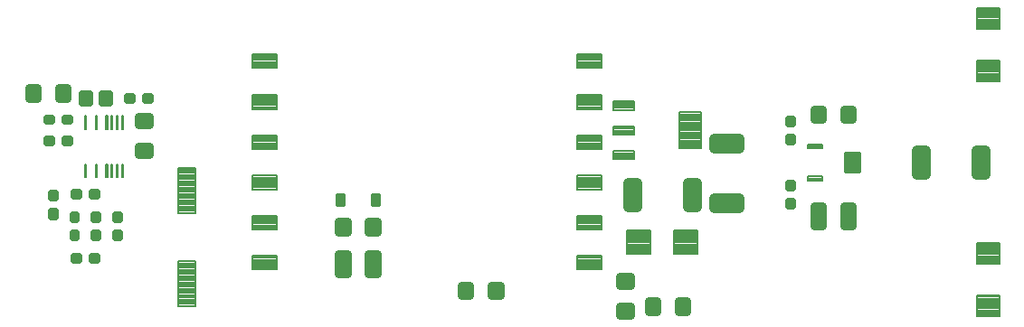
<source format=gbr>
G04 EAGLE Gerber RS-274X export*
G75*
%MOMM*%
%FSLAX34Y34*%
%LPD*%
%INSolderpaste Bottom*%
%IPPOS*%
%AMOC8*
5,1,8,0,0,1.08239X$1,22.5*%
G01*
%ADD10C,0.800000*%
%ADD11C,0.500000*%
%ADD12C,0.650000*%
%ADD13C,0.192000*%
%ADD14C,0.227500*%
%ADD15C,0.201000*%
%ADD16C,0.200000*%
%ADD17C,0.198000*%
%ADD18C,0.195000*%
%ADD19C,0.194400*%
%ADD20C,0.392500*%
%ADD21C,0.209000*%
%ADD22C,0.900000*%


D10*
X-115000Y70000D02*
X-107000Y70000D01*
X-107000Y60000D01*
X-115000Y60000D01*
X-115000Y70000D01*
X-115000Y67600D02*
X-107000Y67600D01*
X-135000Y70000D02*
X-143000Y70000D01*
X-135000Y70000D02*
X-135000Y60000D01*
X-143000Y60000D01*
X-143000Y70000D01*
X-143000Y67600D02*
X-135000Y67600D01*
D11*
X-109500Y42500D02*
X-103500Y42500D01*
X-103500Y37500D01*
X-109500Y37500D01*
X-109500Y42500D01*
X-109500Y42250D02*
X-103500Y42250D01*
X-120500Y42500D02*
X-126500Y42500D01*
X-120500Y42500D02*
X-120500Y37500D01*
X-126500Y37500D01*
X-126500Y42500D01*
X-126500Y42250D02*
X-120500Y42250D01*
D12*
X-73750Y64250D02*
X-67250Y64250D01*
X-67250Y55750D01*
X-73750Y55750D01*
X-73750Y64250D01*
X-73750Y61925D02*
X-67250Y61925D01*
X-86250Y64250D02*
X-92750Y64250D01*
X-86250Y64250D02*
X-86250Y55750D01*
X-92750Y55750D01*
X-92750Y64250D01*
X-92750Y61925D02*
X-86250Y61925D01*
D11*
X-82500Y-48500D02*
X-82500Y-54500D01*
X-82500Y-48500D02*
X-77500Y-48500D01*
X-77500Y-54500D01*
X-82500Y-54500D01*
X-82500Y-49750D02*
X-77500Y-49750D01*
X-82500Y-65500D02*
X-82500Y-71500D01*
X-82500Y-65500D02*
X-77500Y-65500D01*
X-77500Y-71500D01*
X-82500Y-71500D01*
X-82500Y-66750D02*
X-77500Y-66750D01*
X-95500Y-92500D02*
X-101500Y-92500D01*
X-101500Y-87500D01*
X-95500Y-87500D01*
X-95500Y-92500D01*
X-95500Y-87750D02*
X-101500Y-87750D01*
X-84500Y-92500D02*
X-78500Y-92500D01*
X-84500Y-92500D02*
X-84500Y-87500D01*
X-78500Y-87500D01*
X-78500Y-92500D01*
X-78500Y-87750D02*
X-84500Y-87750D01*
X-62500Y-54500D02*
X-62500Y-48500D01*
X-57500Y-48500D01*
X-57500Y-54500D01*
X-62500Y-54500D01*
X-62500Y-49750D02*
X-57500Y-49750D01*
X-62500Y-65500D02*
X-62500Y-71500D01*
X-62500Y-65500D02*
X-57500Y-65500D01*
X-57500Y-71500D01*
X-62500Y-71500D01*
X-62500Y-66750D02*
X-57500Y-66750D01*
D13*
X416960Y-63960D02*
X439040Y-63960D01*
X439040Y-86040D01*
X416960Y-86040D01*
X416960Y-63960D01*
X416960Y-84216D02*
X439040Y-84216D01*
X439040Y-82392D02*
X416960Y-82392D01*
X416960Y-80568D02*
X439040Y-80568D01*
X439040Y-78744D02*
X416960Y-78744D01*
X416960Y-76920D02*
X439040Y-76920D01*
X439040Y-75096D02*
X416960Y-75096D01*
X416960Y-73272D02*
X439040Y-73272D01*
X439040Y-71448D02*
X416960Y-71448D01*
X416960Y-69624D02*
X439040Y-69624D01*
X439040Y-67800D02*
X416960Y-67800D01*
X416960Y-65976D02*
X439040Y-65976D01*
X439040Y-64152D02*
X416960Y-64152D01*
X460960Y-63960D02*
X483040Y-63960D01*
X483040Y-86040D01*
X460960Y-86040D01*
X460960Y-63960D01*
X460960Y-84216D02*
X483040Y-84216D01*
X483040Y-82392D02*
X460960Y-82392D01*
X460960Y-80568D02*
X483040Y-80568D01*
X483040Y-78744D02*
X460960Y-78744D01*
X460960Y-76920D02*
X483040Y-76920D01*
X483040Y-75096D02*
X460960Y-75096D01*
X460960Y-73272D02*
X483040Y-73272D01*
X483040Y-71448D02*
X460960Y-71448D01*
X460960Y-69624D02*
X483040Y-69624D01*
X483040Y-67800D02*
X460960Y-67800D01*
X460960Y-65976D02*
X483040Y-65976D01*
X483040Y-64152D02*
X460960Y-64152D01*
D14*
X152063Y-30037D02*
X145237Y-30037D01*
X152063Y-30037D02*
X152063Y-39963D01*
X145237Y-39963D01*
X145237Y-30037D01*
X145237Y-37802D02*
X152063Y-37802D01*
X152063Y-35641D02*
X145237Y-35641D01*
X145237Y-33480D02*
X152063Y-33480D01*
X152063Y-31319D02*
X145237Y-31319D01*
X177937Y-30037D02*
X184763Y-30037D01*
X184763Y-39963D01*
X177937Y-39963D01*
X177937Y-30037D01*
X177937Y-37802D02*
X184763Y-37802D01*
X184763Y-35641D02*
X177937Y-35641D01*
X177937Y-33480D02*
X184763Y-33480D01*
X184763Y-31319D02*
X177937Y-31319D01*
D15*
X-89505Y31505D02*
X-90495Y31505D01*
X-90495Y43495D01*
X-89505Y43495D01*
X-89505Y31505D01*
X-89505Y33414D02*
X-90495Y33414D01*
X-90495Y35323D02*
X-89505Y35323D01*
X-89505Y37232D02*
X-90495Y37232D01*
X-90495Y39141D02*
X-89505Y39141D01*
X-89505Y41050D02*
X-90495Y41050D01*
X-90495Y42959D02*
X-89505Y42959D01*
X-80495Y31505D02*
X-79505Y31505D01*
X-80495Y31505D02*
X-80495Y43495D01*
X-79505Y43495D01*
X-79505Y31505D01*
X-79505Y33414D02*
X-80495Y33414D01*
X-80495Y35323D02*
X-79505Y35323D01*
X-79505Y37232D02*
X-80495Y37232D01*
X-80495Y39141D02*
X-79505Y39141D01*
X-79505Y41050D02*
X-80495Y41050D01*
X-80495Y42959D02*
X-79505Y42959D01*
X-70495Y31505D02*
X-69505Y31505D01*
X-70495Y31505D02*
X-70495Y43495D01*
X-69505Y43495D01*
X-69505Y31505D01*
X-69505Y33414D02*
X-70495Y33414D01*
X-70495Y35323D02*
X-69505Y35323D01*
X-69505Y37232D02*
X-70495Y37232D01*
X-70495Y39141D02*
X-69505Y39141D01*
X-69505Y41050D02*
X-70495Y41050D01*
X-70495Y42959D02*
X-69505Y42959D01*
X-65495Y31505D02*
X-64505Y31505D01*
X-65495Y31505D02*
X-65495Y43495D01*
X-64505Y43495D01*
X-64505Y31505D01*
X-64505Y33414D02*
X-65495Y33414D01*
X-65495Y35323D02*
X-64505Y35323D01*
X-64505Y37232D02*
X-65495Y37232D01*
X-65495Y39141D02*
X-64505Y39141D01*
X-64505Y41050D02*
X-65495Y41050D01*
X-65495Y42959D02*
X-64505Y42959D01*
X-60495Y31505D02*
X-59505Y31505D01*
X-60495Y31505D02*
X-60495Y43495D01*
X-59505Y43495D01*
X-59505Y31505D01*
X-59505Y33414D02*
X-60495Y33414D01*
X-60495Y35323D02*
X-59505Y35323D01*
X-59505Y37232D02*
X-60495Y37232D01*
X-60495Y39141D02*
X-59505Y39141D01*
X-59505Y41050D02*
X-60495Y41050D01*
X-60495Y42959D02*
X-59505Y42959D01*
X-55495Y31505D02*
X-54505Y31505D01*
X-55495Y31505D02*
X-55495Y43495D01*
X-54505Y43495D01*
X-54505Y31505D01*
X-54505Y33414D02*
X-55495Y33414D01*
X-55495Y35323D02*
X-54505Y35323D01*
X-54505Y37232D02*
X-55495Y37232D01*
X-55495Y39141D02*
X-54505Y39141D01*
X-54505Y41050D02*
X-55495Y41050D01*
X-55495Y42959D02*
X-54505Y42959D01*
X-54505Y-13495D02*
X-55495Y-13495D01*
X-55495Y-1505D01*
X-54505Y-1505D01*
X-54505Y-13495D01*
X-54505Y-11586D02*
X-55495Y-11586D01*
X-55495Y-9677D02*
X-54505Y-9677D01*
X-54505Y-7768D02*
X-55495Y-7768D01*
X-55495Y-5859D02*
X-54505Y-5859D01*
X-54505Y-3950D02*
X-55495Y-3950D01*
X-55495Y-2041D02*
X-54505Y-2041D01*
X-59505Y-13495D02*
X-60495Y-13495D01*
X-60495Y-1505D01*
X-59505Y-1505D01*
X-59505Y-13495D01*
X-59505Y-11586D02*
X-60495Y-11586D01*
X-60495Y-9677D02*
X-59505Y-9677D01*
X-59505Y-7768D02*
X-60495Y-7768D01*
X-60495Y-5859D02*
X-59505Y-5859D01*
X-59505Y-3950D02*
X-60495Y-3950D01*
X-60495Y-2041D02*
X-59505Y-2041D01*
X-64505Y-13495D02*
X-65495Y-13495D01*
X-65495Y-1505D01*
X-64505Y-1505D01*
X-64505Y-13495D01*
X-64505Y-11586D02*
X-65495Y-11586D01*
X-65495Y-9677D02*
X-64505Y-9677D01*
X-64505Y-7768D02*
X-65495Y-7768D01*
X-65495Y-5859D02*
X-64505Y-5859D01*
X-64505Y-3950D02*
X-65495Y-3950D01*
X-65495Y-2041D02*
X-64505Y-2041D01*
X-69505Y-13495D02*
X-70495Y-13495D01*
X-70495Y-1505D01*
X-69505Y-1505D01*
X-69505Y-13495D01*
X-69505Y-11586D02*
X-70495Y-11586D01*
X-70495Y-9677D02*
X-69505Y-9677D01*
X-69505Y-7768D02*
X-70495Y-7768D01*
X-70495Y-5859D02*
X-69505Y-5859D01*
X-69505Y-3950D02*
X-70495Y-3950D01*
X-70495Y-2041D02*
X-69505Y-2041D01*
X-79505Y-13495D02*
X-80495Y-13495D01*
X-80495Y-1505D01*
X-79505Y-1505D01*
X-79505Y-13495D01*
X-79505Y-11586D02*
X-80495Y-11586D01*
X-80495Y-9677D02*
X-79505Y-9677D01*
X-79505Y-7768D02*
X-80495Y-7768D01*
X-80495Y-5859D02*
X-79505Y-5859D01*
X-79505Y-3950D02*
X-80495Y-3950D01*
X-80495Y-2041D02*
X-79505Y-2041D01*
X-89505Y-13495D02*
X-90495Y-13495D01*
X-90495Y-1505D01*
X-89505Y-1505D01*
X-89505Y-13495D01*
X-89505Y-11586D02*
X-90495Y-11586D01*
X-90495Y-9677D02*
X-89505Y-9677D01*
X-89505Y-7768D02*
X-90495Y-7768D01*
X-90495Y-5859D02*
X-89505Y-5859D01*
X-89505Y-3950D02*
X-90495Y-3950D01*
X-90495Y-2041D02*
X-89505Y-2041D01*
D16*
X424012Y2886D02*
X424012Y10886D01*
X424012Y2886D02*
X404012Y2886D01*
X404012Y10886D01*
X424012Y10886D01*
X424012Y4786D02*
X404012Y4786D01*
X404012Y6686D02*
X424012Y6686D01*
X424012Y8586D02*
X404012Y8586D01*
X404012Y10486D02*
X424012Y10486D01*
X424012Y26000D02*
X424012Y34000D01*
X424012Y26000D02*
X404012Y26000D01*
X404012Y34000D01*
X424012Y34000D01*
X424012Y27900D02*
X404012Y27900D01*
X404012Y29800D02*
X424012Y29800D01*
X424012Y31700D02*
X404012Y31700D01*
X404012Y33600D02*
X424012Y33600D01*
X424012Y49114D02*
X424012Y57114D01*
X424012Y49114D02*
X404012Y49114D01*
X404012Y57114D01*
X424012Y57114D01*
X424012Y51014D02*
X404012Y51014D01*
X404012Y52914D02*
X424012Y52914D01*
X424012Y54814D02*
X404012Y54814D01*
X404012Y56714D02*
X424012Y56714D01*
D17*
X486000Y47010D02*
X486000Y12990D01*
X465980Y12990D01*
X465980Y47010D01*
X486000Y47010D01*
X486000Y14871D02*
X465980Y14871D01*
X465980Y16752D02*
X486000Y16752D01*
X486000Y18633D02*
X465980Y18633D01*
X465980Y20514D02*
X486000Y20514D01*
X486000Y22395D02*
X465980Y22395D01*
X465980Y24276D02*
X486000Y24276D01*
X486000Y26157D02*
X465980Y26157D01*
X465980Y28038D02*
X486000Y28038D01*
X486000Y29919D02*
X465980Y29919D01*
X465980Y31800D02*
X486000Y31800D01*
X486000Y33681D02*
X465980Y33681D01*
X465980Y35562D02*
X486000Y35562D01*
X486000Y37443D02*
X465980Y37443D01*
X465980Y39324D02*
X486000Y39324D01*
X486000Y41205D02*
X465980Y41205D01*
X465980Y43086D02*
X486000Y43086D01*
X486000Y44967D02*
X465980Y44967D01*
X465980Y46848D02*
X486000Y46848D01*
D10*
X183000Y-55000D02*
X175000Y-55000D01*
X183000Y-55000D02*
X183000Y-65000D01*
X175000Y-65000D01*
X175000Y-55000D01*
X175000Y-57400D02*
X183000Y-57400D01*
X155000Y-55000D02*
X147000Y-55000D01*
X155000Y-55000D02*
X155000Y-65000D01*
X147000Y-65000D01*
X147000Y-55000D01*
X147000Y-57400D02*
X155000Y-57400D01*
D11*
X-28500Y62500D02*
X-34500Y62500D01*
X-28500Y62500D02*
X-28500Y57500D01*
X-34500Y57500D01*
X-34500Y62500D01*
X-34500Y62250D02*
X-28500Y62250D01*
X-45500Y62500D02*
X-51500Y62500D01*
X-45500Y62500D02*
X-45500Y57500D01*
X-51500Y57500D01*
X-51500Y62500D01*
X-51500Y62250D02*
X-45500Y62250D01*
X-97500Y-65500D02*
X-97500Y-71500D01*
X-102500Y-71500D01*
X-102500Y-65500D01*
X-97500Y-65500D01*
X-97500Y-66750D02*
X-102500Y-66750D01*
X-97500Y-54500D02*
X-97500Y-48500D01*
X-97500Y-54500D02*
X-102500Y-54500D01*
X-102500Y-48500D01*
X-97500Y-48500D01*
X-97500Y-49750D02*
X-102500Y-49750D01*
X-101500Y-32500D02*
X-95500Y-32500D01*
X-101500Y-32500D02*
X-101500Y-27500D01*
X-95500Y-27500D01*
X-95500Y-32500D01*
X-95500Y-27750D02*
X-101500Y-27750D01*
X-84500Y-32500D02*
X-78500Y-32500D01*
X-84500Y-32500D02*
X-84500Y-27500D01*
X-78500Y-27500D01*
X-78500Y-32500D01*
X-78500Y-27750D02*
X-84500Y-27750D01*
X-117500Y-45500D02*
X-117500Y-51500D01*
X-122500Y-51500D01*
X-122500Y-45500D01*
X-117500Y-45500D01*
X-117500Y-46750D02*
X-122500Y-46750D01*
X-117500Y-34500D02*
X-117500Y-28500D01*
X-117500Y-34500D02*
X-122500Y-34500D01*
X-122500Y-28500D01*
X-117500Y-28500D01*
X-117500Y-29750D02*
X-122500Y-29750D01*
D10*
X-30000Y7000D02*
X-30000Y15000D01*
X-30000Y7000D02*
X-40000Y7000D01*
X-40000Y15000D01*
X-30000Y15000D01*
X-30000Y14600D02*
X-40000Y14600D01*
X-30000Y35000D02*
X-30000Y43000D01*
X-30000Y35000D02*
X-40000Y35000D01*
X-40000Y43000D01*
X-30000Y43000D01*
X-30000Y42600D02*
X-40000Y42600D01*
D18*
X66475Y-87475D02*
X89525Y-87475D01*
X89525Y-100525D01*
X66475Y-100525D01*
X66475Y-87475D01*
X66475Y-98673D02*
X89525Y-98673D01*
X89525Y-96821D02*
X66475Y-96821D01*
X66475Y-94969D02*
X89525Y-94969D01*
X89525Y-93117D02*
X66475Y-93117D01*
X66475Y-91265D02*
X89525Y-91265D01*
X89525Y-89413D02*
X66475Y-89413D01*
X66475Y-87561D02*
X89525Y-87561D01*
X89525Y-49875D02*
X66475Y-49875D01*
X89525Y-49875D02*
X89525Y-62925D01*
X66475Y-62925D01*
X66475Y-49875D01*
X66475Y-61073D02*
X89525Y-61073D01*
X89525Y-59221D02*
X66475Y-59221D01*
X66475Y-57369D02*
X89525Y-57369D01*
X89525Y-55517D02*
X66475Y-55517D01*
X66475Y-53665D02*
X89525Y-53665D01*
X89525Y-51813D02*
X66475Y-51813D01*
X66475Y-49961D02*
X89525Y-49961D01*
X89525Y-12275D02*
X66475Y-12275D01*
X89525Y-12275D02*
X89525Y-25325D01*
X66475Y-25325D01*
X66475Y-12275D01*
X66475Y-23473D02*
X89525Y-23473D01*
X89525Y-21621D02*
X66475Y-21621D01*
X66475Y-19769D02*
X89525Y-19769D01*
X89525Y-17917D02*
X66475Y-17917D01*
X66475Y-16065D02*
X89525Y-16065D01*
X89525Y-14213D02*
X66475Y-14213D01*
X66475Y-12361D02*
X89525Y-12361D01*
X89525Y25325D02*
X66475Y25325D01*
X89525Y25325D02*
X89525Y12275D01*
X66475Y12275D01*
X66475Y25325D01*
X66475Y14127D02*
X89525Y14127D01*
X89525Y15979D02*
X66475Y15979D01*
X66475Y17831D02*
X89525Y17831D01*
X89525Y19683D02*
X66475Y19683D01*
X66475Y21535D02*
X89525Y21535D01*
X89525Y23387D02*
X66475Y23387D01*
X66475Y25239D02*
X89525Y25239D01*
X89525Y62925D02*
X66475Y62925D01*
X89525Y62925D02*
X89525Y49875D01*
X66475Y49875D01*
X66475Y62925D01*
X66475Y51727D02*
X89525Y51727D01*
X89525Y53579D02*
X66475Y53579D01*
X66475Y55431D02*
X89525Y55431D01*
X89525Y57283D02*
X66475Y57283D01*
X66475Y59135D02*
X89525Y59135D01*
X89525Y60987D02*
X66475Y60987D01*
X66475Y62839D02*
X89525Y62839D01*
X89525Y101525D02*
X66475Y101525D01*
X89525Y101525D02*
X89525Y88475D01*
X66475Y88475D01*
X66475Y101525D01*
X66475Y90327D02*
X89525Y90327D01*
X89525Y92179D02*
X66475Y92179D01*
X66475Y94031D02*
X89525Y94031D01*
X89525Y95883D02*
X66475Y95883D01*
X66475Y97735D02*
X89525Y97735D01*
X89525Y99587D02*
X66475Y99587D01*
X66475Y101439D02*
X89525Y101439D01*
X370475Y101525D02*
X393525Y101525D01*
X393525Y88475D01*
X370475Y88475D01*
X370475Y101525D01*
X370475Y90327D02*
X393525Y90327D01*
X393525Y92179D02*
X370475Y92179D01*
X370475Y94031D02*
X393525Y94031D01*
X393525Y95883D02*
X370475Y95883D01*
X370475Y97735D02*
X393525Y97735D01*
X393525Y99587D02*
X370475Y99587D01*
X370475Y101439D02*
X393525Y101439D01*
X393525Y62925D02*
X370475Y62925D01*
X393525Y62925D02*
X393525Y49875D01*
X370475Y49875D01*
X370475Y62925D01*
X370475Y51727D02*
X393525Y51727D01*
X393525Y53579D02*
X370475Y53579D01*
X370475Y55431D02*
X393525Y55431D01*
X393525Y57283D02*
X370475Y57283D01*
X370475Y59135D02*
X393525Y59135D01*
X393525Y60987D02*
X370475Y60987D01*
X370475Y62839D02*
X393525Y62839D01*
X393525Y25325D02*
X370475Y25325D01*
X393525Y25325D02*
X393525Y12275D01*
X370475Y12275D01*
X370475Y25325D01*
X370475Y14127D02*
X393525Y14127D01*
X393525Y15979D02*
X370475Y15979D01*
X370475Y17831D02*
X393525Y17831D01*
X393525Y19683D02*
X370475Y19683D01*
X370475Y21535D02*
X393525Y21535D01*
X393525Y23387D02*
X370475Y23387D01*
X370475Y25239D02*
X393525Y25239D01*
X393525Y-12275D02*
X370475Y-12275D01*
X393525Y-12275D02*
X393525Y-25325D01*
X370475Y-25325D01*
X370475Y-12275D01*
X370475Y-23473D02*
X393525Y-23473D01*
X393525Y-21621D02*
X370475Y-21621D01*
X370475Y-19769D02*
X393525Y-19769D01*
X393525Y-17917D02*
X370475Y-17917D01*
X370475Y-16065D02*
X393525Y-16065D01*
X393525Y-14213D02*
X370475Y-14213D01*
X370475Y-12361D02*
X393525Y-12361D01*
X393525Y-49875D02*
X370475Y-49875D01*
X393525Y-49875D02*
X393525Y-62925D01*
X370475Y-62925D01*
X370475Y-49875D01*
X370475Y-61073D02*
X393525Y-61073D01*
X393525Y-59221D02*
X370475Y-59221D01*
X370475Y-57369D02*
X393525Y-57369D01*
X393525Y-55517D02*
X370475Y-55517D01*
X370475Y-53665D02*
X393525Y-53665D01*
X393525Y-51813D02*
X370475Y-51813D01*
X370475Y-49961D02*
X393525Y-49961D01*
X393525Y-87475D02*
X370475Y-87475D01*
X393525Y-87475D02*
X393525Y-100525D01*
X370475Y-100525D01*
X370475Y-87475D01*
X370475Y-98673D02*
X393525Y-98673D01*
X393525Y-96821D02*
X370475Y-96821D01*
X370475Y-94969D02*
X393525Y-94969D01*
X393525Y-93117D02*
X370475Y-93117D01*
X370475Y-91265D02*
X393525Y-91265D01*
X393525Y-89413D02*
X370475Y-89413D01*
X370475Y-87561D02*
X393525Y-87561D01*
D19*
X765328Y124672D02*
X765328Y144328D01*
X765328Y124672D02*
X744672Y124672D01*
X744672Y144328D01*
X765328Y144328D01*
X765328Y126519D02*
X744672Y126519D01*
X744672Y128366D02*
X765328Y128366D01*
X765328Y130213D02*
X744672Y130213D01*
X744672Y132060D02*
X765328Y132060D01*
X765328Y133907D02*
X744672Y133907D01*
X744672Y135754D02*
X765328Y135754D01*
X765328Y137601D02*
X744672Y137601D01*
X744672Y139448D02*
X765328Y139448D01*
X765328Y141295D02*
X744672Y141295D01*
X744672Y143142D02*
X765328Y143142D01*
X765328Y95328D02*
X765328Y75672D01*
X744672Y75672D01*
X744672Y95328D01*
X765328Y95328D01*
X765328Y77519D02*
X744672Y77519D01*
X744672Y79366D02*
X765328Y79366D01*
X765328Y81213D02*
X744672Y81213D01*
X744672Y83060D02*
X765328Y83060D01*
X765328Y84907D02*
X744672Y84907D01*
X744672Y86754D02*
X765328Y86754D01*
X765328Y88601D02*
X744672Y88601D01*
X744672Y90448D02*
X765328Y90448D01*
X765328Y92295D02*
X744672Y92295D01*
X744672Y94142D02*
X765328Y94142D01*
X744672Y-124672D02*
X744672Y-144328D01*
X744672Y-124672D02*
X765328Y-124672D01*
X765328Y-144328D01*
X744672Y-144328D01*
X744672Y-142481D02*
X765328Y-142481D01*
X765328Y-140634D02*
X744672Y-140634D01*
X744672Y-138787D02*
X765328Y-138787D01*
X765328Y-136940D02*
X744672Y-136940D01*
X744672Y-135093D02*
X765328Y-135093D01*
X765328Y-133246D02*
X744672Y-133246D01*
X744672Y-131399D02*
X765328Y-131399D01*
X765328Y-129552D02*
X744672Y-129552D01*
X744672Y-127705D02*
X765328Y-127705D01*
X765328Y-125858D02*
X744672Y-125858D01*
X744672Y-95328D02*
X744672Y-75672D01*
X765328Y-75672D01*
X765328Y-95328D01*
X744672Y-95328D01*
X744672Y-93481D02*
X765328Y-93481D01*
X765328Y-91634D02*
X744672Y-91634D01*
X744672Y-89787D02*
X765328Y-89787D01*
X765328Y-87940D02*
X744672Y-87940D01*
X744672Y-86093D02*
X765328Y-86093D01*
X765328Y-84246D02*
X744672Y-84246D01*
X744672Y-82399D02*
X765328Y-82399D01*
X765328Y-80552D02*
X744672Y-80552D01*
X744672Y-78705D02*
X765328Y-78705D01*
X765328Y-76858D02*
X744672Y-76858D01*
D10*
X600000Y40000D02*
X592000Y40000D01*
X592000Y50000D01*
X600000Y50000D01*
X600000Y40000D01*
X600000Y47600D02*
X592000Y47600D01*
X620000Y40000D02*
X628000Y40000D01*
X620000Y40000D02*
X620000Y50000D01*
X628000Y50000D01*
X628000Y40000D01*
X628000Y47600D02*
X620000Y47600D01*
D17*
X600010Y-12990D02*
X600010Y-17010D01*
X585990Y-17010D01*
X585990Y-12990D01*
X600010Y-12990D01*
X600010Y-15129D02*
X585990Y-15129D01*
X585990Y-13248D02*
X600010Y-13248D01*
D20*
X633888Y-8038D02*
X633888Y8038D01*
X633888Y-8038D02*
X622112Y-8038D01*
X622112Y8038D01*
X633888Y8038D01*
X633888Y-4309D02*
X622112Y-4309D01*
X622112Y-580D02*
X633888Y-580D01*
X633888Y3149D02*
X622112Y3149D01*
X622112Y6878D02*
X633888Y6878D01*
D17*
X600010Y12990D02*
X600010Y17010D01*
X600010Y12990D02*
X585990Y12990D01*
X585990Y17010D01*
X600010Y17010D01*
X600010Y14871D02*
X585990Y14871D01*
X585990Y16752D02*
X600010Y16752D01*
D21*
X-3455Y-92545D02*
X-3455Y-134455D01*
X-3455Y-92545D02*
X13455Y-92545D01*
X13455Y-134455D01*
X-3455Y-134455D01*
X-3455Y-132470D02*
X13455Y-132470D01*
X13455Y-130485D02*
X-3455Y-130485D01*
X-3455Y-128500D02*
X13455Y-128500D01*
X13455Y-126515D02*
X-3455Y-126515D01*
X-3455Y-124530D02*
X13455Y-124530D01*
X13455Y-122545D02*
X-3455Y-122545D01*
X-3455Y-120560D02*
X13455Y-120560D01*
X13455Y-118575D02*
X-3455Y-118575D01*
X-3455Y-116590D02*
X13455Y-116590D01*
X13455Y-114605D02*
X-3455Y-114605D01*
X-3455Y-112620D02*
X13455Y-112620D01*
X13455Y-110635D02*
X-3455Y-110635D01*
X-3455Y-108650D02*
X13455Y-108650D01*
X13455Y-106665D02*
X-3455Y-106665D01*
X-3455Y-104680D02*
X13455Y-104680D01*
X13455Y-102695D02*
X-3455Y-102695D01*
X-3455Y-100710D02*
X13455Y-100710D01*
X13455Y-98725D02*
X-3455Y-98725D01*
X-3455Y-96740D02*
X13455Y-96740D01*
X13455Y-94755D02*
X-3455Y-94755D01*
X-3455Y-92770D02*
X13455Y-92770D01*
X-3455Y-47455D02*
X-3455Y-5545D01*
X13455Y-5545D01*
X13455Y-47455D01*
X-3455Y-47455D01*
X-3455Y-45470D02*
X13455Y-45470D01*
X13455Y-43485D02*
X-3455Y-43485D01*
X-3455Y-41500D02*
X13455Y-41500D01*
X13455Y-39515D02*
X-3455Y-39515D01*
X-3455Y-37530D02*
X13455Y-37530D01*
X13455Y-35545D02*
X-3455Y-35545D01*
X-3455Y-33560D02*
X13455Y-33560D01*
X13455Y-31575D02*
X-3455Y-31575D01*
X-3455Y-29590D02*
X13455Y-29590D01*
X13455Y-27605D02*
X-3455Y-27605D01*
X-3455Y-25620D02*
X13455Y-25620D01*
X13455Y-23635D02*
X-3455Y-23635D01*
X-3455Y-21650D02*
X13455Y-21650D01*
X13455Y-19665D02*
X-3455Y-19665D01*
X-3455Y-17680D02*
X13455Y-17680D01*
X13455Y-15695D02*
X-3455Y-15695D01*
X-3455Y-13710D02*
X13455Y-13710D01*
X13455Y-11725D02*
X-3455Y-11725D01*
X-3455Y-9740D02*
X13455Y-9740D01*
X13455Y-7755D02*
X-3455Y-7755D01*
X-3455Y-5770D02*
X13455Y-5770D01*
D10*
X147000Y-104500D02*
X155000Y-104500D01*
X147000Y-104500D02*
X147000Y-85500D01*
X155000Y-85500D01*
X155000Y-104500D01*
X155000Y-96900D02*
X147000Y-96900D01*
X147000Y-89300D02*
X155000Y-89300D01*
X175000Y-104500D02*
X183000Y-104500D01*
X175000Y-104500D02*
X175000Y-85500D01*
X183000Y-85500D01*
X183000Y-104500D01*
X183000Y-96900D02*
X175000Y-96900D01*
X175000Y-89300D02*
X183000Y-89300D01*
D22*
X498500Y13500D02*
X498500Y22500D01*
X521500Y22500D01*
X521500Y13500D01*
X498500Y13500D01*
X498500Y22050D02*
X521500Y22050D01*
X498500Y-33500D02*
X498500Y-42500D01*
X498500Y-33500D02*
X521500Y-33500D01*
X521500Y-42500D01*
X498500Y-42500D01*
X498500Y-33950D02*
X521500Y-33950D01*
D10*
X592000Y-59500D02*
X600000Y-59500D01*
X592000Y-59500D02*
X592000Y-40500D01*
X600000Y-40500D01*
X600000Y-59500D01*
X600000Y-51900D02*
X592000Y-51900D01*
X592000Y-44300D02*
X600000Y-44300D01*
X620000Y-59500D02*
X628000Y-59500D01*
X620000Y-59500D02*
X620000Y-40500D01*
X628000Y-40500D01*
X628000Y-59500D01*
X628000Y-51900D02*
X620000Y-51900D01*
X620000Y-44300D02*
X628000Y-44300D01*
D11*
X572500Y-41500D02*
X572500Y-35500D01*
X572500Y-41500D02*
X567500Y-41500D01*
X567500Y-35500D01*
X572500Y-35500D01*
X572500Y-36750D02*
X567500Y-36750D01*
X572500Y-24500D02*
X572500Y-18500D01*
X572500Y-24500D02*
X567500Y-24500D01*
X567500Y-18500D01*
X572500Y-18500D01*
X572500Y-19750D02*
X567500Y-19750D01*
X572500Y18500D02*
X572500Y24500D01*
X572500Y18500D02*
X567500Y18500D01*
X567500Y24500D01*
X572500Y24500D01*
X572500Y23250D02*
X567500Y23250D01*
X572500Y35500D02*
X572500Y41500D01*
X572500Y35500D02*
X567500Y35500D01*
X567500Y41500D01*
X572500Y41500D01*
X572500Y40250D02*
X567500Y40250D01*
X-103500Y22500D02*
X-109500Y22500D01*
X-103500Y22500D02*
X-103500Y17500D01*
X-109500Y17500D01*
X-109500Y22500D01*
X-109500Y22250D02*
X-103500Y22250D01*
X-120500Y22500D02*
X-126500Y22500D01*
X-120500Y22500D02*
X-120500Y17500D01*
X-126500Y17500D01*
X-126500Y22500D01*
X-126500Y22250D02*
X-120500Y22250D01*
D22*
X743500Y11500D02*
X752500Y11500D01*
X752500Y-11500D01*
X743500Y-11500D01*
X743500Y11500D01*
X743500Y-2950D02*
X752500Y-2950D01*
X752500Y5600D02*
X743500Y5600D01*
X696500Y11500D02*
X687500Y11500D01*
X696500Y11500D02*
X696500Y-11500D01*
X687500Y-11500D01*
X687500Y11500D01*
X687500Y-2950D02*
X696500Y-2950D01*
X696500Y5600D02*
X687500Y5600D01*
X426500Y-41500D02*
X417500Y-41500D01*
X417500Y-18500D01*
X426500Y-18500D01*
X426500Y-41500D01*
X426500Y-32950D02*
X417500Y-32950D01*
X417500Y-24400D02*
X426500Y-24400D01*
X473500Y-41500D02*
X482500Y-41500D01*
X473500Y-41500D02*
X473500Y-18500D01*
X482500Y-18500D01*
X482500Y-41500D01*
X482500Y-32950D02*
X473500Y-32950D01*
X473500Y-24400D02*
X482500Y-24400D01*
D10*
X270000Y-125000D02*
X262000Y-125000D01*
X262000Y-115000D01*
X270000Y-115000D01*
X270000Y-125000D01*
X270000Y-117400D02*
X262000Y-117400D01*
X290000Y-125000D02*
X298000Y-125000D01*
X290000Y-125000D02*
X290000Y-115000D01*
X298000Y-115000D01*
X298000Y-125000D01*
X298000Y-117400D02*
X290000Y-117400D01*
X465000Y-130000D02*
X473000Y-130000D01*
X473000Y-140000D01*
X465000Y-140000D01*
X465000Y-130000D01*
X465000Y-132400D02*
X473000Y-132400D01*
X445000Y-130000D02*
X437000Y-130000D01*
X445000Y-130000D02*
X445000Y-140000D01*
X437000Y-140000D01*
X437000Y-130000D01*
X437000Y-132400D02*
X445000Y-132400D01*
X410000Y-115000D02*
X410000Y-107000D01*
X420000Y-107000D01*
X420000Y-115000D01*
X410000Y-115000D01*
X410000Y-107400D02*
X420000Y-107400D01*
X410000Y-135000D02*
X410000Y-143000D01*
X410000Y-135000D02*
X420000Y-135000D01*
X420000Y-143000D01*
X410000Y-143000D01*
X410000Y-135400D02*
X420000Y-135400D01*
M02*

</source>
